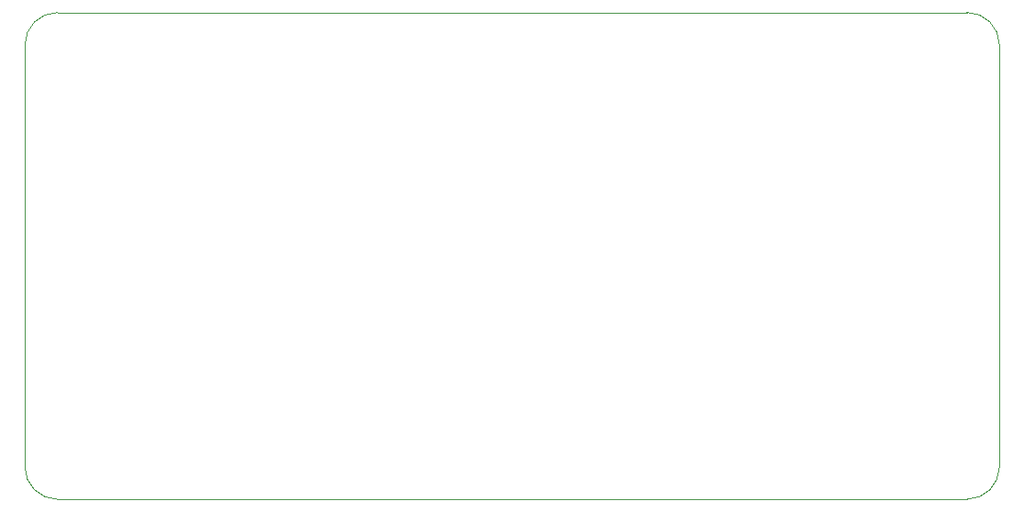
<source format=gm1>
G04 #@! TF.GenerationSoftware,KiCad,Pcbnew,(6.0.11-0)*
G04 #@! TF.CreationDate,2023-06-01T20:29:29-06:00*
G04 #@! TF.ProjectId,Smart Smoker PCB,536d6172-7420-4536-9d6f-6b6572205043,rev?*
G04 #@! TF.SameCoordinates,Original*
G04 #@! TF.FileFunction,Profile,NP*
%FSLAX46Y46*%
G04 Gerber Fmt 4.6, Leading zero omitted, Abs format (unit mm)*
G04 Created by KiCad (PCBNEW (6.0.11-0)) date 2023-06-01 20:29:29*
%MOMM*%
%LPD*%
G01*
G04 APERTURE LIST*
G04 #@! TA.AperFunction,Profile*
%ADD10C,0.100000*%
G04 #@! TD*
G04 APERTURE END LIST*
D10*
X100000000Y-103000000D02*
X100000000Y-142000000D01*
X187000000Y-100000000D02*
X103000000Y-100000000D01*
X190000000Y-142000000D02*
X190000000Y-103000000D01*
X187000000Y-145000000D02*
G75*
G03*
X190000000Y-142000000I0J3000000D01*
G01*
X103000000Y-100000000D02*
G75*
G03*
X100000000Y-103000000I0J-3000000D01*
G01*
X103000000Y-145000000D02*
X187000000Y-145000000D01*
X190000000Y-103000000D02*
G75*
G03*
X187000000Y-100000000I-3000000J0D01*
G01*
X100000000Y-142000000D02*
G75*
G03*
X103000000Y-145000000I3000000J0D01*
G01*
M02*

</source>
